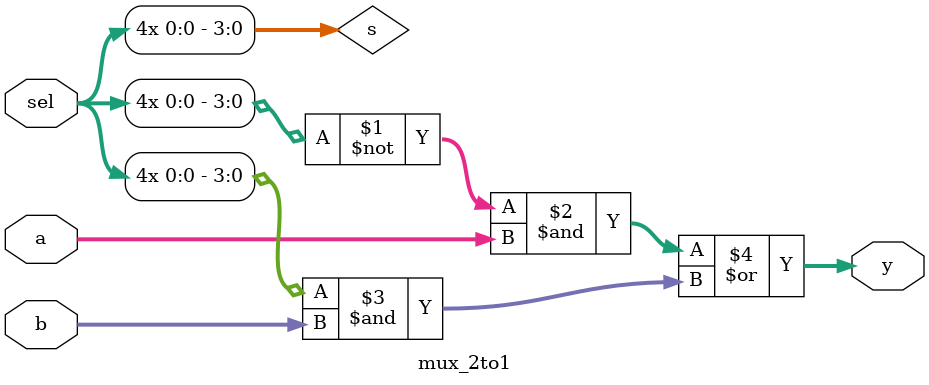
<source format=v>
module mux_2to1(
  input [3:0]a,
  input [3:0]b,
  input sel,
  output [3:0] y
);
  wire [3:0] s;
  assign s = {4{sel}};
  assign y = ((~s & a) | (s & b));
  endmodule

</source>
